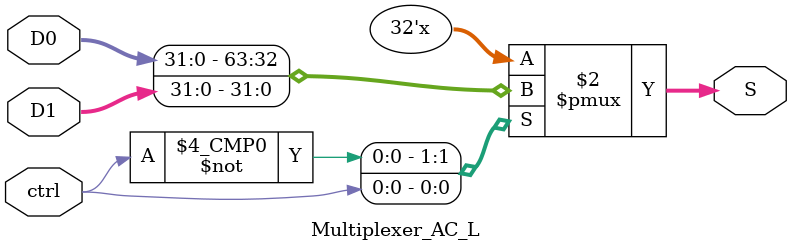
<source format=v>
`timescale 1ns / 1ps
module Multiplexer_AC_L
	# (parameter W = 32)
	(
		input wire ctrl,
		input wire [W-1:0] D0,
		input wire [W-1:0] D1,
		output reg [W-1:0] S
		
    );


   always @(ctrl, D0, D1)
      case (ctrl)
         1'b0: S <= D0;
         1'b1: S <= D1;
      endcase
		


endmodule

</source>
